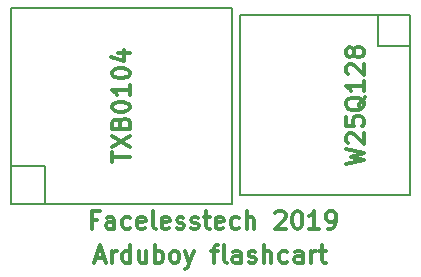
<source format=gbr>
G04 #@! TF.GenerationSoftware,KiCad,Pcbnew,5.0.2+dfsg1-1~bpo9+1*
G04 #@! TF.CreationDate,2019-05-22T19:19:29+01:00*
G04 #@! TF.ProjectId,arduboy_flashcart,61726475-626f-4795-9f66-6c6173686361,rev?*
G04 #@! TF.SameCoordinates,Original*
G04 #@! TF.FileFunction,Legend,Top*
G04 #@! TF.FilePolarity,Positive*
%FSLAX46Y46*%
G04 Gerber Fmt 4.6, Leading zero omitted, Abs format (unit mm)*
G04 Created by KiCad (PCBNEW 5.0.2+dfsg1-1~bpo9+1) date Wed 22 May 2019 19:19:29 BST*
%MOMM*%
%LPD*%
G01*
G04 APERTURE LIST*
%ADD10C,0.300000*%
%ADD11C,0.200000*%
%ADD12C,0.150000*%
G04 APERTURE END LIST*
D10*
X107399571Y-60090857D02*
X106899571Y-60090857D01*
X106899571Y-60876571D02*
X106899571Y-59376571D01*
X107613857Y-59376571D01*
X108828142Y-60876571D02*
X108828142Y-60090857D01*
X108756714Y-59948000D01*
X108613857Y-59876571D01*
X108328142Y-59876571D01*
X108185285Y-59948000D01*
X108828142Y-60805142D02*
X108685285Y-60876571D01*
X108328142Y-60876571D01*
X108185285Y-60805142D01*
X108113857Y-60662285D01*
X108113857Y-60519428D01*
X108185285Y-60376571D01*
X108328142Y-60305142D01*
X108685285Y-60305142D01*
X108828142Y-60233714D01*
X110185285Y-60805142D02*
X110042428Y-60876571D01*
X109756714Y-60876571D01*
X109613857Y-60805142D01*
X109542428Y-60733714D01*
X109471000Y-60590857D01*
X109471000Y-60162285D01*
X109542428Y-60019428D01*
X109613857Y-59948000D01*
X109756714Y-59876571D01*
X110042428Y-59876571D01*
X110185285Y-59948000D01*
X111399571Y-60805142D02*
X111256714Y-60876571D01*
X110971000Y-60876571D01*
X110828142Y-60805142D01*
X110756714Y-60662285D01*
X110756714Y-60090857D01*
X110828142Y-59948000D01*
X110971000Y-59876571D01*
X111256714Y-59876571D01*
X111399571Y-59948000D01*
X111471000Y-60090857D01*
X111471000Y-60233714D01*
X110756714Y-60376571D01*
X112328142Y-60876571D02*
X112185285Y-60805142D01*
X112113857Y-60662285D01*
X112113857Y-59376571D01*
X113471000Y-60805142D02*
X113328142Y-60876571D01*
X113042428Y-60876571D01*
X112899571Y-60805142D01*
X112828142Y-60662285D01*
X112828142Y-60090857D01*
X112899571Y-59948000D01*
X113042428Y-59876571D01*
X113328142Y-59876571D01*
X113471000Y-59948000D01*
X113542428Y-60090857D01*
X113542428Y-60233714D01*
X112828142Y-60376571D01*
X114113857Y-60805142D02*
X114256714Y-60876571D01*
X114542428Y-60876571D01*
X114685285Y-60805142D01*
X114756714Y-60662285D01*
X114756714Y-60590857D01*
X114685285Y-60448000D01*
X114542428Y-60376571D01*
X114328142Y-60376571D01*
X114185285Y-60305142D01*
X114113857Y-60162285D01*
X114113857Y-60090857D01*
X114185285Y-59948000D01*
X114328142Y-59876571D01*
X114542428Y-59876571D01*
X114685285Y-59948000D01*
X115328142Y-60805142D02*
X115471000Y-60876571D01*
X115756714Y-60876571D01*
X115899571Y-60805142D01*
X115971000Y-60662285D01*
X115971000Y-60590857D01*
X115899571Y-60448000D01*
X115756714Y-60376571D01*
X115542428Y-60376571D01*
X115399571Y-60305142D01*
X115328142Y-60162285D01*
X115328142Y-60090857D01*
X115399571Y-59948000D01*
X115542428Y-59876571D01*
X115756714Y-59876571D01*
X115899571Y-59948000D01*
X116399571Y-59876571D02*
X116971000Y-59876571D01*
X116613857Y-59376571D02*
X116613857Y-60662285D01*
X116685285Y-60805142D01*
X116828142Y-60876571D01*
X116971000Y-60876571D01*
X118042428Y-60805142D02*
X117899571Y-60876571D01*
X117613857Y-60876571D01*
X117471000Y-60805142D01*
X117399571Y-60662285D01*
X117399571Y-60090857D01*
X117471000Y-59948000D01*
X117613857Y-59876571D01*
X117899571Y-59876571D01*
X118042428Y-59948000D01*
X118113857Y-60090857D01*
X118113857Y-60233714D01*
X117399571Y-60376571D01*
X119399571Y-60805142D02*
X119256714Y-60876571D01*
X118971000Y-60876571D01*
X118828142Y-60805142D01*
X118756714Y-60733714D01*
X118685285Y-60590857D01*
X118685285Y-60162285D01*
X118756714Y-60019428D01*
X118828142Y-59948000D01*
X118971000Y-59876571D01*
X119256714Y-59876571D01*
X119399571Y-59948000D01*
X120042428Y-60876571D02*
X120042428Y-59376571D01*
X120685285Y-60876571D02*
X120685285Y-60090857D01*
X120613857Y-59948000D01*
X120471000Y-59876571D01*
X120256714Y-59876571D01*
X120113857Y-59948000D01*
X120042428Y-60019428D01*
X122470999Y-59519428D02*
X122542428Y-59448000D01*
X122685285Y-59376571D01*
X123042428Y-59376571D01*
X123185285Y-59448000D01*
X123256714Y-59519428D01*
X123328142Y-59662285D01*
X123328142Y-59805142D01*
X123256714Y-60019428D01*
X122399571Y-60876571D01*
X123328142Y-60876571D01*
X124256714Y-59376571D02*
X124399571Y-59376571D01*
X124542428Y-59448000D01*
X124613857Y-59519428D01*
X124685285Y-59662285D01*
X124756714Y-59948000D01*
X124756714Y-60305142D01*
X124685285Y-60590857D01*
X124613857Y-60733714D01*
X124542428Y-60805142D01*
X124399571Y-60876571D01*
X124256714Y-60876571D01*
X124113857Y-60805142D01*
X124042428Y-60733714D01*
X123971000Y-60590857D01*
X123899571Y-60305142D01*
X123899571Y-59948000D01*
X123971000Y-59662285D01*
X124042428Y-59519428D01*
X124113857Y-59448000D01*
X124256714Y-59376571D01*
X126185285Y-60876571D02*
X125328142Y-60876571D01*
X125756714Y-60876571D02*
X125756714Y-59376571D01*
X125613857Y-59590857D01*
X125471000Y-59733714D01*
X125328142Y-59805142D01*
X126899571Y-60876571D02*
X127185285Y-60876571D01*
X127328142Y-60805142D01*
X127399571Y-60733714D01*
X127542428Y-60519428D01*
X127613857Y-60233714D01*
X127613857Y-59662285D01*
X127542428Y-59519428D01*
X127471000Y-59448000D01*
X127328142Y-59376571D01*
X127042428Y-59376571D01*
X126899571Y-59448000D01*
X126828142Y-59519428D01*
X126756714Y-59662285D01*
X126756714Y-60019428D01*
X126828142Y-60162285D01*
X126899571Y-60233714D01*
X127042428Y-60305142D01*
X127328142Y-60305142D01*
X127471000Y-60233714D01*
X127542428Y-60162285D01*
X127613857Y-60019428D01*
X107263028Y-63318200D02*
X107977314Y-63318200D01*
X107120171Y-63746771D02*
X107620171Y-62246771D01*
X108120171Y-63746771D01*
X108620171Y-63746771D02*
X108620171Y-62746771D01*
X108620171Y-63032485D02*
X108691600Y-62889628D01*
X108763028Y-62818200D01*
X108905885Y-62746771D01*
X109048742Y-62746771D01*
X110191600Y-63746771D02*
X110191600Y-62246771D01*
X110191600Y-63675342D02*
X110048742Y-63746771D01*
X109763028Y-63746771D01*
X109620171Y-63675342D01*
X109548742Y-63603914D01*
X109477314Y-63461057D01*
X109477314Y-63032485D01*
X109548742Y-62889628D01*
X109620171Y-62818200D01*
X109763028Y-62746771D01*
X110048742Y-62746771D01*
X110191600Y-62818200D01*
X111548742Y-62746771D02*
X111548742Y-63746771D01*
X110905885Y-62746771D02*
X110905885Y-63532485D01*
X110977314Y-63675342D01*
X111120171Y-63746771D01*
X111334457Y-63746771D01*
X111477314Y-63675342D01*
X111548742Y-63603914D01*
X112263028Y-63746771D02*
X112263028Y-62246771D01*
X112263028Y-62818200D02*
X112405885Y-62746771D01*
X112691600Y-62746771D01*
X112834457Y-62818200D01*
X112905885Y-62889628D01*
X112977314Y-63032485D01*
X112977314Y-63461057D01*
X112905885Y-63603914D01*
X112834457Y-63675342D01*
X112691600Y-63746771D01*
X112405885Y-63746771D01*
X112263028Y-63675342D01*
X113834457Y-63746771D02*
X113691600Y-63675342D01*
X113620171Y-63603914D01*
X113548742Y-63461057D01*
X113548742Y-63032485D01*
X113620171Y-62889628D01*
X113691600Y-62818200D01*
X113834457Y-62746771D01*
X114048742Y-62746771D01*
X114191600Y-62818200D01*
X114263028Y-62889628D01*
X114334457Y-63032485D01*
X114334457Y-63461057D01*
X114263028Y-63603914D01*
X114191600Y-63675342D01*
X114048742Y-63746771D01*
X113834457Y-63746771D01*
X114834457Y-62746771D02*
X115191600Y-63746771D01*
X115548742Y-62746771D02*
X115191600Y-63746771D01*
X115048742Y-64103914D01*
X114977314Y-64175342D01*
X114834457Y-64246771D01*
X117048742Y-62746771D02*
X117620171Y-62746771D01*
X117263028Y-63746771D02*
X117263028Y-62461057D01*
X117334457Y-62318200D01*
X117477314Y-62246771D01*
X117620171Y-62246771D01*
X118334457Y-63746771D02*
X118191600Y-63675342D01*
X118120171Y-63532485D01*
X118120171Y-62246771D01*
X119548742Y-63746771D02*
X119548742Y-62961057D01*
X119477314Y-62818200D01*
X119334457Y-62746771D01*
X119048742Y-62746771D01*
X118905885Y-62818200D01*
X119548742Y-63675342D02*
X119405885Y-63746771D01*
X119048742Y-63746771D01*
X118905885Y-63675342D01*
X118834457Y-63532485D01*
X118834457Y-63389628D01*
X118905885Y-63246771D01*
X119048742Y-63175342D01*
X119405885Y-63175342D01*
X119548742Y-63103914D01*
X120191600Y-63675342D02*
X120334457Y-63746771D01*
X120620171Y-63746771D01*
X120763028Y-63675342D01*
X120834457Y-63532485D01*
X120834457Y-63461057D01*
X120763028Y-63318200D01*
X120620171Y-63246771D01*
X120405885Y-63246771D01*
X120263028Y-63175342D01*
X120191600Y-63032485D01*
X120191600Y-62961057D01*
X120263028Y-62818200D01*
X120405885Y-62746771D01*
X120620171Y-62746771D01*
X120763028Y-62818200D01*
X121477314Y-63746771D02*
X121477314Y-62246771D01*
X122120171Y-63746771D02*
X122120171Y-62961057D01*
X122048742Y-62818200D01*
X121905885Y-62746771D01*
X121691600Y-62746771D01*
X121548742Y-62818200D01*
X121477314Y-62889628D01*
X123477314Y-63675342D02*
X123334457Y-63746771D01*
X123048742Y-63746771D01*
X122905885Y-63675342D01*
X122834457Y-63603914D01*
X122763028Y-63461057D01*
X122763028Y-63032485D01*
X122834457Y-62889628D01*
X122905885Y-62818200D01*
X123048742Y-62746771D01*
X123334457Y-62746771D01*
X123477314Y-62818200D01*
X124763028Y-63746771D02*
X124763028Y-62961057D01*
X124691600Y-62818200D01*
X124548742Y-62746771D01*
X124263028Y-62746771D01*
X124120171Y-62818200D01*
X124763028Y-63675342D02*
X124620171Y-63746771D01*
X124263028Y-63746771D01*
X124120171Y-63675342D01*
X124048742Y-63532485D01*
X124048742Y-63389628D01*
X124120171Y-63246771D01*
X124263028Y-63175342D01*
X124620171Y-63175342D01*
X124763028Y-63103914D01*
X125477314Y-63746771D02*
X125477314Y-62746771D01*
X125477314Y-63032485D02*
X125548742Y-62889628D01*
X125620171Y-62818200D01*
X125763028Y-62746771D01*
X125905885Y-62746771D01*
X126191600Y-62746771D02*
X126763028Y-62746771D01*
X126405885Y-62246771D02*
X126405885Y-63532485D01*
X126477314Y-63675342D01*
X126620171Y-63746771D01*
X126763028Y-63746771D01*
D11*
X102971600Y-55524400D02*
X102971600Y-58699400D01*
X100101400Y-55524400D02*
X102971600Y-55524400D01*
X131191000Y-45364400D02*
X133883400Y-45364400D01*
X131191000Y-42824400D02*
X131191000Y-45364400D01*
D10*
X108627171Y-55194400D02*
X108627171Y-54337257D01*
X110127171Y-54765828D02*
X108627171Y-54765828D01*
X108627171Y-53980114D02*
X110127171Y-52980114D01*
X108627171Y-52980114D02*
X110127171Y-53980114D01*
X109341457Y-51908685D02*
X109412885Y-51694400D01*
X109484314Y-51622971D01*
X109627171Y-51551542D01*
X109841457Y-51551542D01*
X109984314Y-51622971D01*
X110055742Y-51694400D01*
X110127171Y-51837257D01*
X110127171Y-52408685D01*
X108627171Y-52408685D01*
X108627171Y-51908685D01*
X108698600Y-51765828D01*
X108770028Y-51694400D01*
X108912885Y-51622971D01*
X109055742Y-51622971D01*
X109198600Y-51694400D01*
X109270028Y-51765828D01*
X109341457Y-51908685D01*
X109341457Y-52408685D01*
X108627171Y-50622971D02*
X108627171Y-50480114D01*
X108698600Y-50337257D01*
X108770028Y-50265828D01*
X108912885Y-50194400D01*
X109198600Y-50122971D01*
X109555742Y-50122971D01*
X109841457Y-50194400D01*
X109984314Y-50265828D01*
X110055742Y-50337257D01*
X110127171Y-50480114D01*
X110127171Y-50622971D01*
X110055742Y-50765828D01*
X109984314Y-50837257D01*
X109841457Y-50908685D01*
X109555742Y-50980114D01*
X109198600Y-50980114D01*
X108912885Y-50908685D01*
X108770028Y-50837257D01*
X108698600Y-50765828D01*
X108627171Y-50622971D01*
X110127171Y-48694400D02*
X110127171Y-49551542D01*
X110127171Y-49122971D02*
X108627171Y-49122971D01*
X108841457Y-49265828D01*
X108984314Y-49408685D01*
X109055742Y-49551542D01*
X108627171Y-47765828D02*
X108627171Y-47622971D01*
X108698600Y-47480114D01*
X108770028Y-47408685D01*
X108912885Y-47337257D01*
X109198600Y-47265828D01*
X109555742Y-47265828D01*
X109841457Y-47337257D01*
X109984314Y-47408685D01*
X110055742Y-47480114D01*
X110127171Y-47622971D01*
X110127171Y-47765828D01*
X110055742Y-47908685D01*
X109984314Y-47980114D01*
X109841457Y-48051542D01*
X109555742Y-48122971D01*
X109198600Y-48122971D01*
X108912885Y-48051542D01*
X108770028Y-47980114D01*
X108698600Y-47908685D01*
X108627171Y-47765828D01*
X109127171Y-45980114D02*
X110127171Y-45980114D01*
X108555742Y-46337257D02*
X109627171Y-46694400D01*
X109627171Y-45765828D01*
X128439171Y-55419000D02*
X129939171Y-55061857D01*
X128867742Y-54776142D01*
X129939171Y-54490428D01*
X128439171Y-54133285D01*
X128582028Y-53633285D02*
X128510600Y-53561857D01*
X128439171Y-53419000D01*
X128439171Y-53061857D01*
X128510600Y-52919000D01*
X128582028Y-52847571D01*
X128724885Y-52776142D01*
X128867742Y-52776142D01*
X129082028Y-52847571D01*
X129939171Y-53704714D01*
X129939171Y-52776142D01*
X128439171Y-51419000D02*
X128439171Y-52133285D01*
X129153457Y-52204714D01*
X129082028Y-52133285D01*
X129010600Y-51990428D01*
X129010600Y-51633285D01*
X129082028Y-51490428D01*
X129153457Y-51419000D01*
X129296314Y-51347571D01*
X129653457Y-51347571D01*
X129796314Y-51419000D01*
X129867742Y-51490428D01*
X129939171Y-51633285D01*
X129939171Y-51990428D01*
X129867742Y-52133285D01*
X129796314Y-52204714D01*
X130082028Y-49704714D02*
X130010600Y-49847571D01*
X129867742Y-49990428D01*
X129653457Y-50204714D01*
X129582028Y-50347571D01*
X129582028Y-50490428D01*
X129939171Y-50419000D02*
X129867742Y-50561857D01*
X129724885Y-50704714D01*
X129439171Y-50776142D01*
X128939171Y-50776142D01*
X128653457Y-50704714D01*
X128510600Y-50561857D01*
X128439171Y-50419000D01*
X128439171Y-50133285D01*
X128510600Y-49990428D01*
X128653457Y-49847571D01*
X128939171Y-49776142D01*
X129439171Y-49776142D01*
X129724885Y-49847571D01*
X129867742Y-49990428D01*
X129939171Y-50133285D01*
X129939171Y-50419000D01*
X129939171Y-48347571D02*
X129939171Y-49204714D01*
X129939171Y-48776142D02*
X128439171Y-48776142D01*
X128653457Y-48919000D01*
X128796314Y-49061857D01*
X128867742Y-49204714D01*
X128582028Y-47776142D02*
X128510600Y-47704714D01*
X128439171Y-47561857D01*
X128439171Y-47204714D01*
X128510600Y-47061857D01*
X128582028Y-46990428D01*
X128724885Y-46919000D01*
X128867742Y-46919000D01*
X129082028Y-46990428D01*
X129939171Y-47847571D01*
X129939171Y-46919000D01*
X129082028Y-46061857D02*
X129010600Y-46204714D01*
X128939171Y-46276142D01*
X128796314Y-46347571D01*
X128724885Y-46347571D01*
X128582028Y-46276142D01*
X128510600Y-46204714D01*
X128439171Y-46061857D01*
X128439171Y-45776142D01*
X128510600Y-45633285D01*
X128582028Y-45561857D01*
X128724885Y-45490428D01*
X128796314Y-45490428D01*
X128939171Y-45561857D01*
X129010600Y-45633285D01*
X129082028Y-45776142D01*
X129082028Y-46061857D01*
X129153457Y-46204714D01*
X129224885Y-46276142D01*
X129367742Y-46347571D01*
X129653457Y-46347571D01*
X129796314Y-46276142D01*
X129867742Y-46204714D01*
X129939171Y-46061857D01*
X129939171Y-45776142D01*
X129867742Y-45633285D01*
X129796314Y-45561857D01*
X129653457Y-45490428D01*
X129367742Y-45490428D01*
X129224885Y-45561857D01*
X129153457Y-45633285D01*
X129082028Y-45776142D01*
D12*
G04 #@! TO.C,U1*
X133883400Y-58051700D02*
X133883400Y-42811700D01*
X133883400Y-42811700D02*
X119481600Y-42811700D01*
X119481600Y-42811700D02*
X119481600Y-58051700D01*
X119481600Y-58051700D02*
X133883400Y-58051700D01*
G04 #@! TO.C,U2*
X100088700Y-42151300D02*
X100088700Y-58737500D01*
X100088700Y-58737500D02*
X118808500Y-58750200D01*
X118808500Y-58750200D02*
X118808500Y-42164000D01*
X118808500Y-42164000D02*
X100088700Y-42151300D01*
G04 #@! TD*
M02*

</source>
